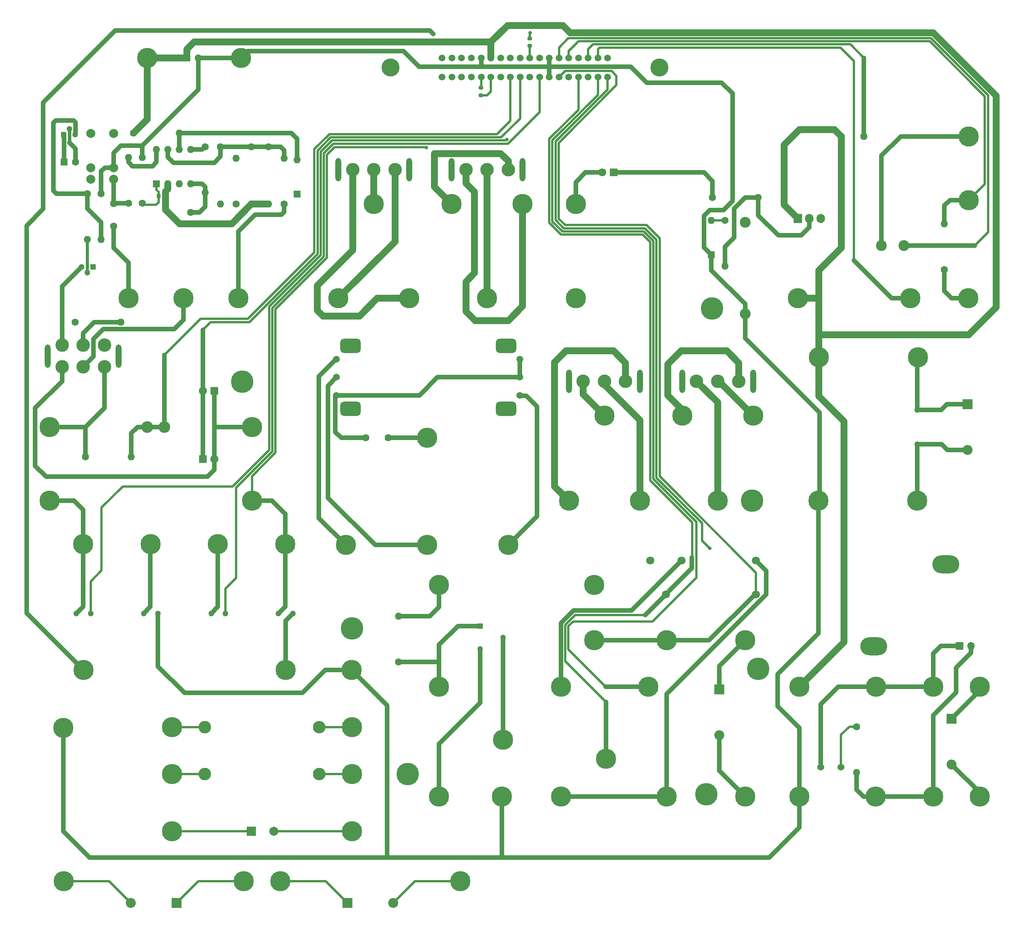
<source format=gbr>
%TF.GenerationSoftware,KiCad,Pcbnew,7.0.10*%
%TF.CreationDate,2024-02-06T13:15:05+02:00*%
%TF.ProjectId,EB-190,45422d31-3930-42e6-9b69-6361645f7063,rev?*%
%TF.SameCoordinates,Original*%
%TF.FileFunction,Copper,L2,Bot*%
%TF.FilePolarity,Positive*%
%FSLAX46Y46*%
G04 Gerber Fmt 4.6, Leading zero omitted, Abs format (unit mm)*
G04 Created by KiCad (PCBNEW 7.0.10) date 2024-02-06 13:15:05*
%MOMM*%
%LPD*%
G01*
G04 APERTURE LIST*
G04 Aperture macros list*
%AMRoundRect*
0 Rectangle with rounded corners*
0 $1 Rounding radius*
0 $2 $3 $4 $5 $6 $7 $8 $9 X,Y pos of 4 corners*
0 Add a 4 corners polygon primitive as box body*
4,1,4,$2,$3,$4,$5,$6,$7,$8,$9,$2,$3,0*
0 Add four circle primitives for the rounded corners*
1,1,$1+$1,$2,$3*
1,1,$1+$1,$4,$5*
1,1,$1+$1,$6,$7*
1,1,$1+$1,$8,$9*
0 Add four rect primitives between the rounded corners*
20,1,$1+$1,$2,$3,$4,$5,0*
20,1,$1+$1,$4,$5,$6,$7,0*
20,1,$1+$1,$6,$7,$8,$9,0*
20,1,$1+$1,$8,$9,$2,$3,0*%
G04 Aperture macros list end*
%TA.AperFunction,ComponentPad*%
%ADD10C,4.500000*%
%TD*%
%TA.AperFunction,ComponentPad*%
%ADD11C,1.600000*%
%TD*%
%TA.AperFunction,ComponentPad*%
%ADD12O,1.600000X1.600000*%
%TD*%
%TA.AperFunction,ComponentPad*%
%ADD13C,3.000000*%
%TD*%
%TA.AperFunction,ComponentPad*%
%ADD14O,1.300000X5.200000*%
%TD*%
%TA.AperFunction,ComponentPad*%
%ADD15C,1.300000*%
%TD*%
%TA.AperFunction,ComponentPad*%
%ADD16R,1.268000X1.268000*%
%TD*%
%TA.AperFunction,ComponentPad*%
%ADD17C,1.268000*%
%TD*%
%TA.AperFunction,ComponentPad*%
%ADD18R,1.800000X1.800000*%
%TD*%
%TA.AperFunction,ComponentPad*%
%ADD19C,1.800000*%
%TD*%
%TA.AperFunction,ComponentPad*%
%ADD20C,2.600000*%
%TD*%
%TA.AperFunction,ComponentPad*%
%ADD21R,2.000000X2.000000*%
%TD*%
%TA.AperFunction,ComponentPad*%
%ADD22C,2.000000*%
%TD*%
%TA.AperFunction,ComponentPad*%
%ADD23C,2.800000*%
%TD*%
%TA.AperFunction,ComponentPad*%
%ADD24O,2.800000X2.800000*%
%TD*%
%TA.AperFunction,ComponentPad*%
%ADD25R,1.700000X1.700000*%
%TD*%
%TA.AperFunction,ComponentPad*%
%ADD26O,1.700000X1.700000*%
%TD*%
%TA.AperFunction,ComponentPad*%
%ADD27O,6.000000X4.000000*%
%TD*%
%TA.AperFunction,ComponentPad*%
%ADD28R,1.600000X1.600000*%
%TD*%
%TA.AperFunction,ComponentPad*%
%ADD29R,2.200000X2.200000*%
%TD*%
%TA.AperFunction,ComponentPad*%
%ADD30O,2.200000X2.200000*%
%TD*%
%TA.AperFunction,ComponentPad*%
%ADD31C,2.400000*%
%TD*%
%TA.AperFunction,ComponentPad*%
%ADD32C,1.803400*%
%TD*%
%TA.AperFunction,ComponentPad*%
%ADD33C,1.500000*%
%TD*%
%TA.AperFunction,ComponentPad*%
%ADD34RoundRect,0.800000X1.450000X-0.800000X1.450000X0.800000X-1.450000X0.800000X-1.450000X-0.800000X0*%
%TD*%
%TA.AperFunction,ComponentPad*%
%ADD35C,1.524000*%
%TD*%
%TA.AperFunction,ComponentPad*%
%ADD36R,1.300000X1.300000*%
%TD*%
%TA.AperFunction,ComponentPad*%
%ADD37R,1.905000X2.000000*%
%TD*%
%TA.AperFunction,ComponentPad*%
%ADD38O,1.905000X2.000000*%
%TD*%
%TA.AperFunction,ComponentPad*%
%ADD39O,2.400000X2.400000*%
%TD*%
%TA.AperFunction,ComponentPad*%
%ADD40C,4.000000*%
%TD*%
%TA.AperFunction,SMDPad,CuDef*%
%ADD41RoundRect,0.200000X0.275000X-0.200000X0.275000X0.200000X-0.275000X0.200000X-0.275000X-0.200000X0*%
%TD*%
%TA.AperFunction,SMDPad,CuDef*%
%ADD42RoundRect,0.225000X0.225000X0.250000X-0.225000X0.250000X-0.225000X-0.250000X0.225000X-0.250000X0*%
%TD*%
%TA.AperFunction,ViaPad*%
%ADD43C,5.000000*%
%TD*%
%TA.AperFunction,ViaPad*%
%ADD44C,0.800000*%
%TD*%
%TA.AperFunction,Conductor*%
%ADD45C,1.000000*%
%TD*%
%TA.AperFunction,Conductor*%
%ADD46C,0.500000*%
%TD*%
%TA.AperFunction,Conductor*%
%ADD47C,1.500000*%
%TD*%
%TA.AperFunction,Conductor*%
%ADD48C,0.750000*%
%TD*%
%TA.AperFunction,Conductor*%
%ADD49C,0.700000*%
%TD*%
G04 APERTURE END LIST*
D10*
%TO.P,TP23,1,1*%
%TO.N,Net-(R4-Pad2)*%
X191770000Y-150114000D03*
%TD*%
%TO.P,TP75,1,1*%
%TO.N,Net-(R8-Pad1)*%
X309245000Y-86487000D03*
%TD*%
%TO.P,TP45,1,1*%
%TO.N,Net-(F2-Pad2)*%
X189103000Y-117475000D03*
%TD*%
D11*
%TO.P,R13,1*%
%TO.N,/FAULT*%
X153924000Y-52832000D03*
D12*
%TO.P,R13,2*%
%TO.N,+12V*%
X153924000Y-65532000D03*
%TD*%
D10*
%TO.P,TP76,1,1*%
%TO.N,Net-(D5-K)*%
X311786000Y-172720000D03*
%TD*%
D13*
%TO.P,S1,1,A*%
%TO.N,Net-(Q2-E)*%
X108075000Y-96899000D03*
%TO.P,S1,2,B*%
%TO.N,/C2*%
X112775000Y-96899000D03*
%TO.P,S1,3,C*%
%TO.N,Net-(Q2-E)*%
X117475000Y-96899000D03*
%TO.P,S1,4,A*%
%TO.N,Net-(LED1-K)*%
X108075000Y-101729000D03*
%TO.P,S1,5,B*%
%TO.N,Net-(S1-B-Pad5)*%
X112775000Y-101729000D03*
%TO.P,S1,6,C*%
%TO.N,Net-(R1-Pad1)*%
X117475000Y-101729000D03*
D14*
%TO.P,S1,7*%
%TO.N,N/C*%
X104900000Y-99314000D03*
X120650000Y-99314000D03*
%TD*%
D15*
%TO.P,I2,1,+*%
%TO.N,Net-(I2-+)*%
X126195667Y-156464000D03*
%TO.P,I2,2,-*%
%TO.N,GND*%
X129370667Y-156464000D03*
%TD*%
D11*
%TO.P,R5,1*%
%TO.N,Net-(D8-K)*%
X252476000Y-64135000D03*
D12*
%TO.P,R5,2*%
%TO.N,Net-(Q1-B)*%
X262636000Y-64135000D03*
%TD*%
D10*
%TO.P,TP54,1,1*%
%TO.N,GND*%
X275971000Y-131445000D03*
%TD*%
D16*
%TO.P,P1,1,1*%
%TO.N,Net-(P1-Pad1)*%
X200914000Y-159258000D03*
D17*
%TO.P,P1,2,2*%
%TO.N,Net-(P1-Pad2)*%
X205994000Y-161798000D03*
%TO.P,P1,3,3*%
%TO.N,Net-(P1-Pad3)*%
X200914000Y-164338000D03*
%TD*%
D10*
%TO.P,TP1,1,1*%
%TO.N,+12V*%
X127000000Y-33147000D03*
%TD*%
%TO.P,TP74,1,1*%
%TO.N,Net-(D1-A)*%
X108411500Y-215900000D03*
%TD*%
D18*
%TO.P,LED2,1,K*%
%TO.N,/BLNK_LED_A*%
X139314000Y-122174000D03*
D19*
%TO.P,LED2,2,A*%
%TO.N,Net-(LED1-K)*%
X141854000Y-122174000D03*
%TD*%
D10*
%TO.P,TP64,1,1*%
%TO.N,Net-(I5-+)*%
X288799000Y-172720000D03*
%TD*%
%TO.P,TP71,1,1*%
%TO.N,Net-(R3-Pad2)*%
X172461000Y-192148000D03*
%TD*%
%TO.P,TP15,1,1*%
%TO.N,Net-(I4--)*%
X157712834Y-169037000D03*
%TD*%
D11*
%TO.P,R22,1*%
%TO.N,GND*%
X116713000Y-63246000D03*
D12*
%TO.P,R22,2*%
%TO.N,Net-(Q3-E)*%
X116713000Y-73406000D03*
%TD*%
D11*
%TO.P,S6,1*%
%TO.N,+12V*%
X281091000Y-50546000D03*
%TO.P,S6,2*%
%TO.N,/THERM_SW*%
X286091000Y-50546000D03*
%TD*%
D20*
%TO.P,JP1,1,A*%
%TO.N,/BLNK_RES*%
X127000000Y-115062000D03*
X130810000Y-115062000D03*
%TD*%
D10*
%TO.P,TP47,1,1*%
%TO.N,Net-(L5-Pad2B)*%
X207137000Y-141239000D03*
%TD*%
%TO.P,TP53,1,1*%
%TO.N,+12V*%
X276099000Y-99568000D03*
%TD*%
%TO.P,TP7,1,1*%
%TO.N,Net-(I1-+)*%
X112776000Y-141097000D03*
%TD*%
D15*
%TO.P,I1,1,+*%
%TO.N,Net-(I1-+)*%
X111230834Y-156464000D03*
%TO.P,I1,2,-*%
%TO.N,/I1*%
X114405834Y-156464000D03*
%TD*%
D21*
%TO.P,C1,1*%
%TO.N,Net-(C1-Pad1)*%
X150093323Y-204839000D03*
D22*
%TO.P,C1,2*%
%TO.N,Net-(C1-Pad2)*%
X155093323Y-204839000D03*
%TD*%
D18*
%TO.P,LED1,1,K*%
%TO.N,Net-(LED1-K)*%
X141859000Y-107061000D03*
D19*
%TO.P,LED1,2,A*%
%TO.N,/BLNK_LED_A*%
X139319000Y-107061000D03*
%TD*%
D13*
%TO.P,S4,1,B*%
%TO.N,Net-(S4-B)*%
X223774000Y-104902000D03*
%TO.P,S4,2,C*%
%TO.N,Net-(S4-C)*%
X228474000Y-104902000D03*
%TO.P,S4,3,A*%
%TO.N,Net-(S4-A)*%
X233174000Y-104902000D03*
D14*
%TO.P,S4,4*%
%TO.N,N/C*%
X220599000Y-104902000D03*
X236349000Y-104902000D03*
%TD*%
D10*
%TO.P,TP63,1,1*%
%TO.N,Net-(D1-K)*%
X148411500Y-215900000D03*
%TD*%
D23*
%TO.P,R3,1*%
%TO.N,Net-(R3-Pad1)*%
X139761000Y-192148000D03*
D24*
%TO.P,R3,2*%
%TO.N,Net-(R3-Pad2)*%
X165161000Y-192148000D03*
%TD*%
D10*
%TO.P,TP38,1,1*%
%TO.N,Net-(RLY3-Pad1)*%
X218822000Y-197104000D03*
%TD*%
%TO.P,TP28,1,1*%
%TO.N,GND*%
X205740000Y-197104000D03*
%TD*%
%TO.P,TP27,1,1*%
%TO.N,Net-(S5-A)*%
X245746000Y-112522000D03*
%TD*%
%TO.P,TP51,1,1*%
%TO.N,GND*%
X271781000Y-197104000D03*
%TD*%
%TO.P,TP59,1,1*%
%TO.N,Net-(R2-Pad1)*%
X132461000Y-181737000D03*
%TD*%
%TO.P,TP13,1,1*%
%TO.N,/I4*%
X150219834Y-131445000D03*
%TD*%
D11*
%TO.P,R9,1*%
%TO.N,Net-(I5--)*%
X284480000Y-181610000D03*
D12*
%TO.P,R9,2*%
%TO.N,Net-(L4-+)*%
X284480000Y-191770000D03*
%TD*%
D11*
%TO.P,R1,1*%
%TO.N,Net-(R1-Pad1)*%
X113284000Y-121666000D03*
D12*
%TO.P,R1,2*%
%TO.N,/BLNK_RES*%
X123444000Y-121666000D03*
%TD*%
D10*
%TO.P,TP39,1,1*%
%TO.N,Net-(L5-Pad1A)*%
X171069000Y-141239000D03*
%TD*%
D25*
%TO.P,L4,1,-*%
%TO.N,Net-(I5-+)*%
X307341000Y-163703000D03*
D26*
%TO.P,L4,2,+*%
%TO.N,Net-(L4-+)*%
X309881000Y-163703000D03*
D27*
%TO.P,L4,M*%
%TO.N,N/C*%
X304261779Y-145517673D03*
X288261779Y-163717673D03*
%TD*%
D28*
%TO.P,D7,1,K*%
%TO.N,GND*%
X252222000Y-76835000D03*
D12*
%TO.P,D7,2,A*%
%TO.N,Net-(D7-A)*%
X252222000Y-69215000D03*
%TD*%
D29*
%TO.P,D4,1,K*%
%TO.N,Net-(D4-K)*%
X254001000Y-173355000D03*
D30*
%TO.P,D4,2,A*%
%TO.N,Net-(D4-A)*%
X254001000Y-183515000D03*
%TD*%
D10*
%TO.P,TP57,1,1*%
%TO.N,Net-(BZ1--)*%
X298070000Y-99568000D03*
%TD*%
%TO.P,TP61,1,1*%
%TO.N,Net-(C1-Pad1)*%
X132461000Y-204839000D03*
%TD*%
%TO.P,TP46,1,1*%
%TO.N,Net-(L5-Pad3)*%
X189103000Y-141239000D03*
%TD*%
D15*
%TO.P,I4,1,+*%
%TO.N,/I4*%
X156125334Y-156464000D03*
%TO.P,I4,2,-*%
%TO.N,Net-(I4--)*%
X159300334Y-156464000D03*
%TD*%
D28*
%TO.P,C2,1*%
%TO.N,+12V*%
X135803000Y-33147000D03*
D11*
%TO.P,C2,2*%
%TO.N,GND*%
X138303000Y-33147000D03*
%TD*%
D13*
%TO.P,S2,1,A*%
%TO.N,Net-(S2-A)*%
X181992000Y-57912000D03*
%TO.P,S2,2,B*%
%TO.N,Net-(S2-B)*%
X177292000Y-57912000D03*
%TO.P,S2,3,C*%
%TO.N,Net-(S2-C)*%
X172592000Y-57912000D03*
D14*
%TO.P,S2,4*%
%TO.N,N/C*%
X185167000Y-57912000D03*
X169417000Y-57912000D03*
%TD*%
D10*
%TO.P,TP37,1,1*%
%TO.N,/RLY_COIL*%
X226188000Y-162433000D03*
%TD*%
%TO.P,TP32,1,1*%
%TO.N,Net-(S3-C)*%
X210312000Y-65532000D03*
%TD*%
D18*
%TO.P,D8,1,K*%
%TO.N,Net-(D8-K)*%
X230510000Y-58547000D03*
D19*
%TO.P,D8,2,A*%
%TO.N,Net-(D8-A)*%
X227970000Y-58547000D03*
%TD*%
D10*
%TO.P,TP49,1,1*%
%TO.N,Net-(D4-A)*%
X259716000Y-197104000D03*
%TD*%
%TO.P,TP19,1,1*%
%TO.N,Net-(S2-B)*%
X177292000Y-65532000D03*
%TD*%
%TO.P,TP67,1,1*%
%TO.N,Net-(I5-+)*%
X301499000Y-172720000D03*
%TD*%
D11*
%TO.P,R15,1*%
%TO.N,/FAULT*%
X143256000Y-52832000D03*
D12*
%TO.P,R15,2*%
%TO.N,/RLY1_C2*%
X143256000Y-65532000D03*
%TD*%
D10*
%TO.P,TP60,1,1*%
%TO.N,Net-(R3-Pad1)*%
X132461000Y-192148000D03*
%TD*%
D11*
%TO.P,R18,1*%
%TO.N,/RLY1_NO2*%
X122809000Y-65405000D03*
D12*
%TO.P,R18,2*%
%TO.N,Net-(U1-START)*%
X122809000Y-55245000D03*
%TD*%
D10*
%TO.P,TP40,1,1*%
%TO.N,/RLY_C*%
X228854000Y-188722000D03*
%TD*%
%TO.P,TP52,1,1*%
%TO.N,Net-(R7-Pad1)*%
X309372000Y-50571400D03*
%TD*%
D31*
%TO.P,R7,1*%
%TO.N,Net-(R7-Pad1)*%
X289981000Y-74784000D03*
%TO.P,R7,2*%
%TO.N,/THERMISTOR_A*%
X294981000Y-74784000D03*
%TD*%
D10*
%TO.P,TP8,1,1*%
%TO.N,Net-(LED1-K)*%
X150219834Y-115062000D03*
%TD*%
D28*
%TO.P,D6,1,K*%
%TO.N,/C2*%
X160274000Y-63373000D03*
D12*
%TO.P,D6,2,A*%
%TO.N,Net-(D6-A)*%
X160274000Y-55753000D03*
%TD*%
D10*
%TO.P,TP12,1,1*%
%TO.N,Net-(I3-+)*%
X142642166Y-141097000D03*
%TD*%
D15*
%TO.P,I3,1,+*%
%TO.N,Net-(I3-+)*%
X141160500Y-156464000D03*
%TO.P,I3,2,-*%
%TO.N,/I3*%
X144335500Y-156464000D03*
%TD*%
D10*
%TO.P,TP77,1,1*%
%TO.N,Net-(D5-A)*%
X311786000Y-197104000D03*
%TD*%
D11*
%TO.P,R23,1*%
%TO.N,Net-(R23-Pad1)*%
X139827000Y-52832000D03*
D12*
%TO.P,R23,2*%
%TO.N,Net-(C5-Pad2)*%
X139827000Y-62992000D03*
%TD*%
D10*
%TO.P,TP6,1,1*%
%TO.N,Net-(I1-+)*%
X105325334Y-131445000D03*
%TD*%
%TO.P,TP16,1,1*%
%TO.N,GND*%
X172339000Y-169037000D03*
%TD*%
%TO.P,TP72,1,1*%
%TO.N,Net-(C1-Pad2)*%
X172461000Y-204839000D03*
%TD*%
%TO.P,TP29,1,1*%
%TO.N,Net-(S3-B)*%
X202438000Y-86487000D03*
%TD*%
D32*
%TO.P,RLY3,1*%
%TO.N,Net-(RLY3-Pad1)*%
X262109996Y-144713000D03*
%TO.P,RLY3,2*%
%TO.N,/RLY_NC*%
X245609996Y-144713000D03*
%TO.P,RLY3,3*%
%TO.N,/RLY_NO*%
X238609995Y-144713000D03*
%TO.P,RLY3,4*%
%TO.N,/RLY_C*%
X242109996Y-152213000D03*
%TO.P,RLY3,5*%
%TO.N,/RLY_COIL*%
X262109996Y-152213000D03*
%TD*%
D11*
%TO.P,R4,1*%
%TO.N,Net-(P1-Pad1)*%
X182753000Y-167259000D03*
D12*
%TO.P,R4,2*%
%TO.N,Net-(R4-Pad2)*%
X182753000Y-157099000D03*
%TD*%
D10*
%TO.P,TP5,1,1*%
%TO.N,Net-(F1-Pad2)*%
X122809000Y-86487000D03*
%TD*%
D33*
%TO.P,L5,1A*%
%TO.N,Net-(L5-Pad1A)*%
X169007000Y-100013000D03*
%TO.P,L5,1B*%
%TO.N,Net-(F2-Pad1)*%
X169007000Y-108013000D03*
%TO.P,L5,2A*%
X209707000Y-100013000D03*
%TO.P,L5,2B*%
%TO.N,Net-(L5-Pad2B)*%
X209707000Y-108013000D03*
%TO.P,L5,3*%
%TO.N,Net-(L5-Pad3)*%
X169007000Y-104013000D03*
%TO.P,L5,4*%
%TO.N,Net-(F2-Pad1)*%
X209707000Y-104013000D03*
D34*
%TO.P,L5,M*%
%TO.N,N/C*%
X172107000Y-97013000D03*
X172107000Y-111013000D03*
X206607000Y-97013000D03*
X206607000Y-111013000D03*
%TD*%
D10*
%TO.P,TP65,1,1*%
%TO.N,Net-(L4-+)*%
X288672000Y-197104000D03*
%TD*%
%TO.P,TP50,1,1*%
%TO.N,GND*%
X108331000Y-181864000D03*
%TD*%
%TO.P,TP17,1,1*%
%TO.N,Net-(S2-C)*%
X185166000Y-86487000D03*
%TD*%
D11*
%TO.P,R19,1*%
%TO.N,Net-(U1-VSS)*%
X125857000Y-65405000D03*
D12*
%TO.P,R19,2*%
%TO.N,GND*%
X125857000Y-55245000D03*
%TD*%
D10*
%TO.P,TP25,1,1*%
%TO.N,Net-(P1-Pad3)*%
X191770000Y-197104000D03*
%TD*%
D29*
%TO.P,D2,1,K*%
%TO.N,Net-(D2-K)*%
X171430500Y-220726000D03*
D30*
%TO.P,D2,2,A*%
%TO.N,Net-(D2-A)*%
X181590500Y-220726000D03*
%TD*%
D28*
%TO.P,C4,1*%
%TO.N,/FAULT*%
X108522888Y-56261000D03*
D11*
%TO.P,C4,2*%
%TO.N,Net-(Q3-B)*%
X111022888Y-56261000D03*
%TD*%
%TO.P,R12,1*%
%TO.N,/FAULT*%
X150114000Y-52832000D03*
D12*
%TO.P,R12,2*%
%TO.N,+12V*%
X150114000Y-65532000D03*
%TD*%
D10*
%TO.P,TP20,1,1*%
%TO.N,Net-(S4-B)*%
X228474000Y-112522000D03*
%TD*%
D11*
%TO.P,R24,1*%
%TO.N,Net-(D7-A)*%
X255270000Y-69215000D03*
D12*
%TO.P,R24,2*%
%TO.N,Net-(Q1-B)*%
X255270000Y-79375000D03*
%TD*%
D13*
%TO.P,S3,1,A*%
%TO.N,Net-(S3-A)*%
X207138000Y-57912000D03*
%TO.P,S3,2,B*%
%TO.N,Net-(S3-B)*%
X202438000Y-57912000D03*
%TO.P,S3,3,C*%
%TO.N,Net-(S3-C)*%
X197738000Y-57912000D03*
D14*
%TO.P,S3,4*%
%TO.N,N/C*%
X210313000Y-57912000D03*
X194563000Y-57912000D03*
%TD*%
D10*
%TO.P,TP22,1,1*%
%TO.N,Net-(S4-A)*%
X220600000Y-131445000D03*
%TD*%
%TO.P,TP9,1,1*%
%TO.N,Net-(R14-Pad1)*%
X147193000Y-86487000D03*
%TD*%
%TO.P,TP3,1,1*%
%TO.N,Net-(R1-Pad1)*%
X105325334Y-115062000D03*
%TD*%
D23*
%TO.P,R2,1*%
%TO.N,Net-(R2-Pad1)*%
X139761000Y-181737000D03*
D24*
%TO.P,R2,2*%
%TO.N,Net-(R2-Pad2)*%
X165161000Y-181737000D03*
%TD*%
D15*
%TO.P,BZ1,1,-*%
%TO.N,Net-(BZ1--)*%
X297942000Y-111262000D03*
%TO.P,BZ1,2,+*%
%TO.N,Net-(BZ1-+)*%
X297942000Y-118862000D03*
%TD*%
D10*
%TO.P,TP44,1,1*%
%TO.N,Net-(RLY3-Pad1)*%
X242317000Y-197104000D03*
%TD*%
%TO.P,TP2,1,1*%
%TO.N,GND*%
X147828000Y-33147000D03*
%TD*%
%TO.P,TP42,1,1*%
%TO.N,+12V*%
X226188000Y-150114000D03*
%TD*%
D29*
%TO.P,D5,1,K*%
%TO.N,Net-(D5-K)*%
X305562000Y-179832000D03*
D30*
%TO.P,D5,2,A*%
%TO.N,Net-(D5-A)*%
X305562000Y-189992000D03*
%TD*%
D10*
%TO.P,TP36,1,1*%
%TO.N,Net-(D8-A)*%
X222123000Y-65532000D03*
%TD*%
%TO.P,TP4,1,1*%
%TO.N,Net-(S1-B-Pad5)*%
X135001000Y-86487000D03*
%TD*%
%TO.P,TP33,1,1*%
%TO.N,Net-(S5-C)*%
X261494000Y-112522000D03*
%TD*%
%TO.P,TP30,1,1*%
%TO.N,Net-(S5-B)*%
X253620000Y-131445000D03*
%TD*%
%TO.P,TP18,1,1*%
%TO.N,Net-(S4-C)*%
X236348000Y-131445000D03*
%TD*%
%TO.P,TP43,1,1*%
%TO.N,/RLY_COIL*%
X242317000Y-162433000D03*
%TD*%
D11*
%TO.P,R20,1*%
%TO.N,+12V*%
X123952000Y-49784000D03*
D12*
%TO.P,R20,2*%
%TO.N,Net-(D6-A)*%
X134112000Y-49784000D03*
%TD*%
D22*
%TO.P,RL1,1,1*%
%TO.N,/RLY1_C2*%
X114427000Y-49854786D03*
%TO.P,RL1,2,2*%
%TO.N,/RLY1_COIL*%
X114427000Y-57474786D03*
%TO.P,RL1,3,3*%
%TO.N,unconnected-(RL1-Pad3)*%
X114427000Y-60014786D03*
%TO.P,RL1,4,4*%
%TO.N,/RLY1_NO2*%
X119507000Y-60014786D03*
%TO.P,RL1,5,5*%
%TO.N,GND*%
X119507000Y-57474786D03*
%TO.P,RL1,6,6*%
%TO.N,/RLY1_C2*%
X119507000Y-49854786D03*
%TD*%
D10*
%TO.P,TP26,1,1*%
%TO.N,Net-(S3-A)*%
X194564000Y-65532000D03*
%TD*%
D29*
%TO.P,D1,1,K*%
%TO.N,Net-(D1-K)*%
X133477000Y-220726000D03*
D30*
%TO.P,D1,2,A*%
%TO.N,Net-(D1-A)*%
X123317000Y-220726000D03*
%TD*%
D10*
%TO.P,TP34,1,1*%
%TO.N,/+PS_1*%
X222123000Y-86487000D03*
%TD*%
D11*
%TO.P,R8,1*%
%TO.N,Net-(R8-Pad1)*%
X303911000Y-80137000D03*
D12*
%TO.P,R8,2*%
%TO.N,/THERMISTOR_B*%
X303911000Y-69977000D03*
%TD*%
D10*
%TO.P,TP11,1,1*%
%TO.N,Net-(I2-+)*%
X127762000Y-141097000D03*
%TD*%
D11*
%TO.P,R14,1*%
%TO.N,Net-(R14-Pad1)*%
X157353000Y-65532000D03*
D12*
%TO.P,R14,2*%
%TO.N,/FAULT*%
X157353000Y-55372000D03*
%TD*%
D10*
%TO.P,TP58,1,1*%
%TO.N,Net-(BZ1-+)*%
X297942000Y-131445000D03*
%TD*%
D35*
%TO.P,I5,1,+*%
%TO.N,Net-(I5-+)*%
X276516000Y-190561000D03*
%TO.P,I5,2,-*%
%TO.N,Net-(I5--)*%
X281016000Y-190561000D03*
%TD*%
D11*
%TO.P,R16,1*%
%TO.N,/RLY1_C2*%
X146685000Y-65532000D03*
D12*
%TO.P,R16,2*%
%TO.N,Net-(Q3-B)*%
X146685000Y-55372000D03*
%TD*%
D10*
%TO.P,TP14,1,1*%
%TO.N,/I4*%
X157607000Y-141097000D03*
%TD*%
%TO.P,TP69,1,1*%
%TO.N,/THERM_SW_PIN*%
X296418000Y-86487000D03*
%TD*%
D29*
%TO.P,D3,1,K*%
%TO.N,Net-(BZ1--)*%
X309118000Y-109982000D03*
D30*
%TO.P,D3,2,A*%
%TO.N,Net-(BZ1-+)*%
X309118000Y-120142000D03*
%TD*%
D10*
%TO.P,TP66,1,1*%
%TO.N,/THERMISTOR_B*%
X309372000Y-64668400D03*
%TD*%
D11*
%TO.P,R17,1*%
%TO.N,Net-(Q3-B)*%
X110998000Y-91821000D03*
D12*
%TO.P,R17,2*%
%TO.N,/C2*%
X121158000Y-91821000D03*
%TD*%
D10*
%TO.P,TP55,1,1*%
%TO.N,+12V*%
X271781000Y-172720000D03*
%TD*%
%TO.P,TP35,1,1*%
%TO.N,/RLY_NO_BN*%
X238252000Y-172720000D03*
%TD*%
D36*
%TO.P,Q3,1,C*%
%TO.N,/FAULT*%
X108458000Y-50165000D03*
D15*
%TO.P,Q3,2,B*%
%TO.N,Net-(Q3-B)*%
X109728000Y-48895000D03*
%TO.P,Q3,3,E*%
%TO.N,Net-(Q3-E)*%
X110998000Y-50165000D03*
%TD*%
D10*
%TO.P,TP41,1,1*%
%TO.N,/RLY_NC*%
X218822000Y-172720000D03*
%TD*%
D11*
%TO.P,F1,1*%
%TO.N,/RLY1_NO2*%
X119507000Y-65445000D03*
%TO.P,F1,2*%
%TO.N,Net-(F1-Pad2)*%
X119507000Y-70445000D03*
%TD*%
D37*
%TO.P,Q1,1,C*%
%TO.N,+12V*%
X271399000Y-68740000D03*
D38*
%TO.P,Q1,2,B*%
%TO.N,Net-(Q1-B)*%
X273939000Y-68740000D03*
%TO.P,Q1,3,E*%
%TO.N,Net-(Q1-E)*%
X276479000Y-68740000D03*
%TD*%
D28*
%TO.P,C5,1*%
%TO.N,+12V*%
X136652000Y-69912113D03*
D11*
%TO.P,C5,2*%
%TO.N,Net-(C5-Pad2)*%
X136652000Y-67412113D03*
%TD*%
D10*
%TO.P,TP68,1,1*%
%TO.N,Net-(L4-+)*%
X301499000Y-197104000D03*
%TD*%
%TO.P,TP31,1,1*%
%TO.N,Net-(P1-Pad2)*%
X205994000Y-184531000D03*
%TD*%
D11*
%TO.P,F2,1*%
%TO.N,Net-(F2-Pad1)*%
X175467000Y-117475000D03*
%TO.P,F2,2*%
%TO.N,Net-(F2-Pad2)*%
X180467000Y-117475000D03*
%TD*%
D10*
%TO.P,TP70,1,1*%
%TO.N,Net-(R2-Pad2)*%
X172461000Y-181737000D03*
%TD*%
D31*
%TO.P,R6,1*%
%TO.N,Net-(Q1-E)*%
X259715000Y-69596000D03*
D39*
%TO.P,R6,2*%
%TO.N,GND*%
X259715000Y-89916000D03*
%TD*%
D13*
%TO.P,S5,1,B*%
%TO.N,Net-(S5-B)*%
X248920000Y-104902000D03*
%TO.P,S5,2,C*%
%TO.N,Net-(S5-C)*%
X253620000Y-104902000D03*
%TO.P,S5,3,A*%
%TO.N,Net-(S5-A)*%
X258320000Y-104902000D03*
D14*
%TO.P,S5,4*%
%TO.N,N/C*%
X245745000Y-104902000D03*
X261495000Y-104902000D03*
%TD*%
D10*
%TO.P,TP24,1,1*%
%TO.N,Net-(P1-Pad1)*%
X191770000Y-172720000D03*
%TD*%
D36*
%TO.P,Q2,1,C*%
%TO.N,GND*%
X114935000Y-79502000D03*
D15*
%TO.P,Q2,2,B*%
%TO.N,Net-(Q2-B)*%
X113665000Y-80772000D03*
%TO.P,Q2,3,E*%
%TO.N,Net-(Q2-E)*%
X112395000Y-79502000D03*
%TD*%
D10*
%TO.P,TP62,1,1*%
%TO.N,Net-(D2-A)*%
X196510500Y-215900000D03*
%TD*%
%TO.P,TP21,1,1*%
%TO.N,Net-(S2-A)*%
X169418000Y-86487000D03*
%TD*%
%TO.P,TP73,1,1*%
%TO.N,Net-(D2-K)*%
X156510500Y-215900000D03*
%TD*%
%TO.P,TP48,1,1*%
%TO.N,Net-(D4-K)*%
X259716000Y-162433000D03*
%TD*%
%TO.P,TP10,1,1*%
%TO.N,/I1_R*%
X112818334Y-169037000D03*
%TD*%
D11*
%TO.P,R21,1*%
%TO.N,Net-(Q3-E)*%
X113665000Y-63246000D03*
D12*
%TO.P,R21,2*%
%TO.N,Net-(Q2-B)*%
X113665000Y-73406000D03*
%TD*%
D33*
%TO.P,J1,1,Pin_1*%
%TO.N,unconnected-(J1-Pin_1-Pad1)*%
X192457055Y-37373625D03*
%TO.P,J1,2,Pin_2*%
%TO.N,unconnected-(J1-Pin_2-Pad2)*%
X194617055Y-37373625D03*
%TO.P,J1,3,Pin_3*%
%TO.N,unconnected-(J1-Pin_3-Pad3)*%
X196777055Y-37373625D03*
%TO.P,J1,4,Pin_4*%
%TO.N,unconnected-(J1-Pin_4-Pad4)*%
X198937055Y-37373625D03*
%TO.P,J1,5,Pin_5*%
%TO.N,/I1*%
X201097055Y-37373625D03*
%TO.P,J1,6,Pin_6*%
%TO.N,/I1_R*%
X203257055Y-37373625D03*
%TO.P,J1,7,Pin_7*%
%TO.N,unconnected-(J1-Pin_7-Pad7)*%
X205417055Y-37373625D03*
%TO.P,J1,8,Pin_8*%
%TO.N,/BLNK_RES*%
X207577055Y-37373625D03*
%TO.P,J1,9,Pin_9*%
%TO.N,/BLNK_LED_A*%
X209737055Y-37373625D03*
%TO.P,J1,10,Pin_10*%
%TO.N,unconnected-(J1-Pin_10-Pad10)*%
X211897055Y-37373625D03*
%TO.P,J1,11,Pin_11*%
%TO.N,/I3*%
X214057055Y-37373625D03*
%TO.P,J1,12,Pin_12*%
%TO.N,GND*%
X216217055Y-37373625D03*
%TO.P,J1,13,Pin_13*%
%TO.N,/RLY_COIL*%
X218377055Y-37373625D03*
%TO.P,J1,14,Pin_14*%
%TO.N,unconnected-(J1-Pin_14-Pad14)*%
X220537055Y-37373625D03*
%TO.P,J1,15,Pin_15*%
%TO.N,/RLY_C*%
X222697055Y-37373625D03*
%TO.P,J1,16,Pin_16*%
%TO.N,unconnected-(J1-Pin_16-Pad16)*%
X224857055Y-37373625D03*
%TO.P,J1,17,Pin_17*%
%TO.N,/RLY_NO_BN*%
X227017055Y-37373625D03*
%TO.P,J1,18,Pin_18*%
%TO.N,/RLY_NO*%
X229177055Y-37373625D03*
%TO.P,J1,19,Pin_19*%
%TO.N,unconnected-(J1-Pin_19-Pad19)*%
X192457055Y-33083625D03*
%TO.P,J1,20,Pin_20*%
%TO.N,unconnected-(J1-Pin_20-Pad20)*%
X194617055Y-33083625D03*
%TO.P,J1,21,Pin_21*%
%TO.N,unconnected-(J1-Pin_21-Pad21)*%
X196777055Y-33083625D03*
%TO.P,J1,22,Pin_22*%
%TO.N,/+PS_1*%
X198937055Y-33083625D03*
%TO.P,J1,23,Pin_23*%
%TO.N,GND*%
X201097055Y-33083625D03*
%TO.P,J1,24,Pin_24*%
%TO.N,+12V*%
X203257055Y-33083625D03*
%TO.P,J1,25,Pin_25*%
%TO.N,unconnected-(J1-Pin_25-Pad25)*%
X205417055Y-33083625D03*
%TO.P,J1,26,Pin_26*%
%TO.N,unconnected-(J1-Pin_26-Pad26)*%
X207577055Y-33083625D03*
%TO.P,J1,27,Pin_27*%
%TO.N,unconnected-(J1-Pin_27-Pad27)*%
X209737055Y-33083625D03*
%TO.P,J1,28,Pin_28*%
%TO.N,Net-(J1-Pin_28)*%
X211897055Y-33083625D03*
%TO.P,J1,29,Pin_29*%
%TO.N,unconnected-(J1-Pin_29-Pad29)*%
X214057055Y-33083625D03*
%TO.P,J1,30,Pin_30*%
%TO.N,GND*%
X216217055Y-33083625D03*
%TO.P,J1,31,Pin_31*%
%TO.N,/THERMISTOR_A*%
X218377055Y-33083625D03*
%TO.P,J1,32,Pin_32*%
%TO.N,/THERMISTOR_B*%
X220537055Y-33083625D03*
%TO.P,J1,33,Pin_33*%
%TO.N,unconnected-(J1-Pin_33-Pad33)*%
X222697055Y-33083625D03*
%TO.P,J1,34,Pin_34*%
%TO.N,/THERM_SW*%
X224857055Y-33083625D03*
%TO.P,J1,35,Pin_35*%
%TO.N,/THERM_SW_PIN*%
X227017055Y-33083625D03*
%TO.P,J1,36,Pin_36*%
%TO.N,unconnected-(J1-Pin_36-Pad36)*%
X229177055Y-33083625D03*
D40*
%TO.P,J1,M*%
%TO.N,N/C*%
X180947055Y-35228625D03*
X240687055Y-35228625D03*
%TD*%
D10*
%TO.P,TP56,1,1*%
%TO.N,+12V*%
X271399000Y-86487000D03*
%TD*%
D28*
%TO.P,U1,1,VSS*%
%TO.N,Net-(U1-VSS)*%
X129042000Y-61077000D03*
D12*
%TO.P,U1,2,VCC*%
%TO.N,+12V*%
X131582000Y-61077000D03*
%TO.P,U1,3,RELAY*%
%TO.N,/RLY1_COIL*%
X134122000Y-61077000D03*
%TO.P,U1,4,OSC*%
%TO.N,Net-(C5-Pad2)*%
X136662000Y-61077000D03*
%TO.P,U1,5,OSC*%
%TO.N,Net-(R23-Pad1)*%
X136662000Y-53457000D03*
%TO.P,U1,6,EN*%
%TO.N,Net-(D6-A)*%
X134122000Y-53457000D03*
%TO.P,U1,7,FAULT*%
%TO.N,/FAULT*%
X131582000Y-53457000D03*
%TO.P,U1,8,START*%
%TO.N,Net-(U1-START)*%
X129042000Y-53457000D03*
%TD*%
D41*
%TO.P,R10,1*%
%TO.N,Net-(J1-Pin_28)*%
X211894901Y-30408250D03*
%TO.P,R10,2*%
%TO.N,/I4*%
X211894901Y-28758250D03*
%TD*%
D42*
%TO.P,C3,1*%
%TO.N,+12V*%
X131077000Y-63754000D03*
%TO.P,C3,2*%
%TO.N,Net-(U1-VSS)*%
X129527000Y-63754000D03*
%TD*%
D41*
%TO.P,R11,1*%
%TO.N,/I1_R*%
X201041000Y-41401000D03*
%TO.P,R11,2*%
%TO.N,/I1*%
X201041000Y-39751000D03*
%TD*%
D43*
%TO.N,*%
X184785000Y-192151000D03*
X251079000Y-196596000D03*
X148082000Y-105029000D03*
X261239000Y-131445000D03*
X172466000Y-159766000D03*
X262636000Y-168783000D03*
X252349000Y-88773000D03*
D44*
%TO.N,/I1*%
X206800062Y-51205562D03*
%TO.N,/I4*%
X211963000Y-27559000D03*
X188976000Y-52987500D03*
%TO.N,/I1_R*%
X190500000Y-27813000D03*
%TO.N,/RLY_NO*%
X251841000Y-141986000D03*
%TD*%
D45*
%TO.N,Net-(BZ1--)*%
X297942000Y-99696000D02*
X298070000Y-99568000D01*
X309118000Y-109982000D02*
X304546000Y-109982000D01*
X297942000Y-111262000D02*
X297942000Y-99696000D01*
X304546000Y-109982000D02*
X303266000Y-111262000D01*
X303266000Y-111262000D02*
X297942000Y-111262000D01*
%TO.N,Net-(BZ1-+)*%
X297942000Y-118862000D02*
X297942000Y-131445000D01*
X309118000Y-120142000D02*
X304609500Y-120142000D01*
X303329500Y-118862000D02*
X297942000Y-118862000D01*
X304609500Y-120142000D02*
X303329500Y-118862000D01*
D46*
%TO.N,Net-(C1-Pad1)*%
X150093323Y-204839000D02*
X132461000Y-204839000D01*
%TO.N,Net-(C1-Pad2)*%
X172461000Y-204839000D02*
X155093323Y-204839000D01*
D47*
%TO.N,+12V*%
X203257055Y-29591000D02*
X206940055Y-25908000D01*
X220873944Y-27499000D02*
X301458006Y-27499000D01*
X145733887Y-69912113D02*
X150114000Y-65532000D01*
X219282944Y-25908000D02*
X220873944Y-27499000D01*
X309372000Y-94615000D02*
X276099000Y-94615000D01*
X315468000Y-41508995D02*
X315468000Y-88519000D01*
X271780000Y-49022000D02*
X279567000Y-49022000D01*
X131077000Y-63754000D02*
X131077000Y-62725000D01*
X276099000Y-99568000D02*
X276099000Y-108205000D01*
X281091000Y-74168000D02*
X281091000Y-75271000D01*
X279567000Y-49022000D02*
X281091000Y-50546000D01*
X276099000Y-80263000D02*
X276099000Y-99568000D01*
X135803000Y-31202000D02*
X137414000Y-29591000D01*
X301458006Y-27499000D02*
X315468000Y-41508995D01*
X281686000Y-162815000D02*
X271781000Y-172720000D01*
X281686000Y-113792000D02*
X281686000Y-162815000D01*
X276099000Y-108205000D02*
X281686000Y-113792000D01*
X271399000Y-86487000D02*
X276099000Y-86487000D01*
X281091000Y-50546000D02*
X281091000Y-74168000D01*
X276099000Y-86487000D02*
X276099000Y-99568000D01*
X268351000Y-52451000D02*
X271780000Y-49022000D01*
X276099000Y-94615000D02*
X276099000Y-99568000D01*
X123952000Y-49784000D02*
X127000000Y-46736000D01*
X135803000Y-33147000D02*
X127000000Y-33147000D01*
X131077000Y-63754000D02*
X131077000Y-66815000D01*
X268351000Y-65692000D02*
X268351000Y-52451000D01*
X127000000Y-46736000D02*
X127000000Y-33147000D01*
X134174113Y-69912113D02*
X145733887Y-69912113D01*
X131582000Y-62220000D02*
X131582000Y-61077000D01*
X281091000Y-75271000D02*
X276099000Y-80263000D01*
X271399000Y-68740000D02*
X268351000Y-65692000D01*
X137414000Y-29591000D02*
X203257055Y-29591000D01*
X150114000Y-65532000D02*
X153924000Y-65532000D01*
X203257055Y-29591000D02*
X203257055Y-33083625D01*
X135803000Y-33147000D02*
X135803000Y-31202000D01*
X315468000Y-88519000D02*
X309372000Y-94615000D01*
X281091000Y-74168000D02*
X281091000Y-74509000D01*
X206940055Y-25908000D02*
X219282944Y-25908000D01*
X131077000Y-62725000D02*
X131582000Y-62220000D01*
X131077000Y-66815000D02*
X134174113Y-69912113D01*
D45*
%TO.N,GND*%
X114173000Y-210693000D02*
X180340000Y-210693000D01*
X161417000Y-174117000D02*
X135255000Y-174117000D01*
X119507000Y-57474786D02*
X119507000Y-54229000D01*
X266954000Y-177038000D02*
X271781000Y-181865000D01*
X250571000Y-75184000D02*
X250571000Y-68199000D01*
X276225000Y-131191000D02*
X275971000Y-131445000D01*
X108331000Y-204851000D02*
X108331000Y-181864000D01*
X252222000Y-76835000D02*
X252222000Y-80264000D01*
X117531214Y-57474786D02*
X116713000Y-58293000D01*
X216217055Y-34988055D02*
X216217055Y-33083625D01*
X183896000Y-31623000D02*
X187325000Y-35052000D01*
X259715000Y-89916000D02*
X259715000Y-95377000D01*
X271781000Y-181865000D02*
X271781000Y-197104000D01*
X254889000Y-66929000D02*
X256921000Y-64897000D01*
X119507000Y-54229000D02*
X121158000Y-52578000D01*
X138303000Y-33147000D02*
X147828000Y-33147000D01*
X251841000Y-66929000D02*
X254889000Y-66929000D01*
X147828000Y-33147000D02*
X149352000Y-31623000D01*
X180213000Y-210566000D02*
X180340000Y-210693000D01*
X201168000Y-35052000D02*
X216281000Y-35052000D01*
X254508000Y-38608000D02*
X237871000Y-38608000D01*
X271781000Y-203961000D02*
X271781000Y-197104000D01*
X266954000Y-169926000D02*
X266954000Y-177038000D01*
X237871000Y-38608000D02*
X234315000Y-35052000D01*
X180340000Y-210693000D02*
X205740000Y-210693000D01*
X205740000Y-210693000D02*
X265049000Y-210693000D01*
X250571000Y-68199000D02*
X251841000Y-66929000D01*
X116713000Y-58293000D02*
X116713000Y-63246000D01*
X275971000Y-160909000D02*
X266954000Y-169926000D01*
X121158000Y-52578000D02*
X125857000Y-52578000D01*
X119507000Y-57474786D02*
X117531214Y-57474786D01*
X138303000Y-33147000D02*
X138303000Y-40132000D01*
X187325000Y-35052000D02*
X201168000Y-35052000D01*
X205740000Y-197104000D02*
X205740000Y-210693000D01*
X180213000Y-176911000D02*
X180213000Y-210566000D01*
X149352000Y-31623000D02*
X183896000Y-31623000D01*
X259715000Y-95377000D02*
X276225000Y-111887000D01*
X259715000Y-87757000D02*
X259715000Y-89916000D01*
X135255000Y-174117000D02*
X129370667Y-168232667D01*
X265049000Y-210693000D02*
X271781000Y-203961000D01*
X252222000Y-80264000D02*
X259715000Y-87757000D01*
X129370667Y-168232667D02*
X129370667Y-156464000D01*
X125857000Y-55245000D02*
X125857000Y-52578000D01*
X216217055Y-35115945D02*
X216217055Y-37373625D01*
X201097055Y-34981055D02*
X201168000Y-35052000D01*
X108331000Y-204851000D02*
X114173000Y-210693000D01*
X172339000Y-169037000D02*
X166497000Y-169037000D01*
X256921000Y-41021000D02*
X254508000Y-38608000D01*
X252222000Y-76835000D02*
X250571000Y-75184000D01*
X216281000Y-35052000D02*
X216217055Y-34988055D01*
X166497000Y-169037000D02*
X161417000Y-174117000D01*
X216281000Y-35052000D02*
X216217055Y-35115945D01*
X201097055Y-33083625D02*
X201097055Y-34981055D01*
X276225000Y-111887000D02*
X276225000Y-131191000D01*
X256921000Y-64897000D02*
X256921000Y-41021000D01*
X275971000Y-131445000D02*
X275971000Y-160909000D01*
X172339000Y-169037000D02*
X180213000Y-176911000D01*
X234315000Y-35052000D02*
X216281000Y-35052000D01*
X138303000Y-40132000D02*
X125857000Y-52578000D01*
D46*
%TO.N,Net-(U1-VSS)*%
X129527000Y-63754000D02*
X129527000Y-65164000D01*
X129042000Y-62367000D02*
X129042000Y-61077000D01*
X129527000Y-63640000D02*
X129527000Y-62852000D01*
X129527000Y-62852000D02*
X129042000Y-62367000D01*
X128953000Y-65738000D02*
X125857000Y-65738000D01*
X129527000Y-65164000D02*
X128953000Y-65738000D01*
D45*
%TO.N,/FAULT*%
X108522888Y-50229888D02*
X108458000Y-50165000D01*
X153924000Y-52832000D02*
X156591000Y-52832000D01*
X108522888Y-54483000D02*
X108522888Y-56261000D01*
X141859000Y-56388000D02*
X143256000Y-54991000D01*
X132842000Y-56388000D02*
X141859000Y-56388000D01*
X131582000Y-55128000D02*
X132842000Y-56388000D01*
X108522888Y-54483000D02*
X108522888Y-50229888D01*
X131582000Y-53457000D02*
X131582000Y-55128000D01*
X143256000Y-52832000D02*
X153924000Y-52832000D01*
X157353000Y-53594000D02*
X157353000Y-55372000D01*
X156591000Y-52832000D02*
X157353000Y-53594000D01*
X143256000Y-54991000D02*
X143256000Y-52832000D01*
%TO.N,Net-(Q3-B)*%
X111022888Y-53237888D02*
X111022888Y-56261000D01*
X109728000Y-51943000D02*
X111022888Y-53237888D01*
D48*
X109728000Y-48895000D02*
X109728000Y-51943000D01*
D45*
%TO.N,Net-(C5-Pad2)*%
X136676887Y-67437000D02*
X136652000Y-67412113D01*
X139182000Y-61077000D02*
X139827000Y-61722000D01*
X139827000Y-66167000D02*
X138557000Y-67437000D01*
X136662000Y-61077000D02*
X139182000Y-61077000D01*
X138557000Y-67437000D02*
X136676887Y-67437000D01*
X139827000Y-62992000D02*
X139827000Y-66167000D01*
X139827000Y-61722000D02*
X139827000Y-62992000D01*
D46*
%TO.N,Net-(D1-K)*%
X138303000Y-215900000D02*
X148411500Y-215900000D01*
X133477000Y-220726000D02*
X138303000Y-215900000D01*
%TO.N,Net-(D1-A)*%
X118491000Y-215900000D02*
X123317000Y-220726000D01*
X108411500Y-215900000D02*
X118491000Y-215900000D01*
%TO.N,Net-(D2-K)*%
X166604500Y-215900000D02*
X171430500Y-220726000D01*
X156510500Y-215900000D02*
X166604500Y-215900000D01*
%TO.N,Net-(D2-A)*%
X181590500Y-220726000D02*
X186416500Y-215900000D01*
X186416500Y-215900000D02*
X196510500Y-215900000D01*
D45*
%TO.N,Net-(D4-K)*%
X254001000Y-168148000D02*
X254001000Y-173355000D01*
X259716000Y-162433000D02*
X254001000Y-168148000D01*
%TO.N,Net-(D4-A)*%
X254001000Y-183515000D02*
X254001000Y-191389000D01*
X254001000Y-191389000D02*
X259716000Y-197104000D01*
%TO.N,Net-(D5-K)*%
X305562000Y-179832000D02*
X311786000Y-173608000D01*
X311786000Y-173608000D02*
X311786000Y-172720000D01*
%TO.N,Net-(D5-A)*%
X311786000Y-196216000D02*
X311786000Y-197104000D01*
X305562000Y-189992000D02*
X311786000Y-196216000D01*
%TO.N,/C2*%
X112775000Y-94235000D02*
X112775000Y-96899000D01*
X115189000Y-91821000D02*
X112775000Y-94235000D01*
X121158000Y-91821000D02*
X115189000Y-91821000D01*
%TO.N,Net-(D6-A)*%
X160274000Y-55753000D02*
X160274000Y-51054000D01*
X160274000Y-51054000D02*
X159004000Y-49784000D01*
X159004000Y-49784000D02*
X134112000Y-49784000D01*
X134112000Y-53447000D02*
X134122000Y-53457000D01*
X134112000Y-49784000D02*
X134112000Y-53447000D01*
D46*
%TO.N,Net-(D7-A)*%
X252222000Y-69215000D02*
X255270000Y-69215000D01*
D45*
%TO.N,Net-(D8-K)*%
X230510000Y-58547000D02*
X250571000Y-58547000D01*
X250571000Y-58547000D02*
X252476000Y-60452000D01*
X252476000Y-60452000D02*
X252476000Y-64135000D01*
%TO.N,Net-(D8-A)*%
X224282000Y-58547000D02*
X227970000Y-58547000D01*
X222123000Y-65532000D02*
X222123000Y-60706000D01*
X222123000Y-60706000D02*
X224282000Y-58547000D01*
%TO.N,/RLY1_NO2*%
X122809000Y-65405000D02*
X119547000Y-65405000D01*
X119547000Y-65405000D02*
X119507000Y-65445000D01*
X119507000Y-65445000D02*
X119507000Y-60014786D01*
%TO.N,Net-(F1-Pad2)*%
X122809000Y-78613000D02*
X122809000Y-86487000D01*
X119507000Y-75311000D02*
X122809000Y-78613000D01*
X119507000Y-70445000D02*
X119507000Y-75311000D01*
%TO.N,Net-(F2-Pad1)*%
X168753000Y-108140000D02*
X168753000Y-116175000D01*
X169007000Y-108013000D02*
X187389000Y-108013000D01*
X170053000Y-117475000D02*
X175467000Y-117475000D01*
X187389000Y-108013000D02*
X191389000Y-104013000D01*
X209707000Y-100013000D02*
X209707000Y-104013000D01*
X168753000Y-116175000D02*
X170053000Y-117475000D01*
X191389000Y-104013000D02*
X209707000Y-104013000D01*
%TO.N,Net-(F2-Pad2)*%
X189103000Y-117475000D02*
X180467000Y-117475000D01*
%TO.N,Net-(I1-+)*%
X112712500Y-133413500D02*
X112712500Y-141097000D01*
X112712500Y-141097000D02*
X112712500Y-154982334D01*
X110744000Y-131445000D02*
X112712500Y-133413500D01*
X112712500Y-154982334D02*
X111230834Y-156464000D01*
X105325334Y-131445000D02*
X110744000Y-131445000D01*
D46*
%TO.N,/I1*%
X116840000Y-146939000D02*
X114405834Y-149373166D01*
X201097055Y-39694945D02*
X201041000Y-39751000D01*
X165484000Y-76906899D02*
X154051000Y-88339900D01*
X201097055Y-37373625D02*
X201097055Y-39694945D01*
X114405834Y-149373166D02*
X114405834Y-156464000D01*
X121539000Y-128270000D02*
X116840000Y-132969000D01*
X206567624Y-51438000D02*
X167991950Y-51438000D01*
X165484000Y-53945950D02*
X165484000Y-76906899D01*
X154051000Y-120168050D02*
X145949050Y-128270000D01*
X154051000Y-88339900D02*
X154051000Y-120168050D01*
X167991950Y-51438000D02*
X165484000Y-53945950D01*
X145949050Y-128270000D02*
X121539000Y-128270000D01*
X116840000Y-132969000D02*
X116840000Y-146939000D01*
X206800062Y-51205562D02*
X206567624Y-51438000D01*
D45*
%TO.N,Net-(I2-+)*%
X127677333Y-154982334D02*
X126195667Y-156464000D01*
X127677333Y-141097000D02*
X127677333Y-154982334D01*
%TO.N,Net-(I3-+)*%
X142642166Y-141097000D02*
X142642166Y-154982334D01*
X142642166Y-154982334D02*
X141160500Y-156464000D01*
D46*
%TO.N,/I3*%
X154751000Y-88629850D02*
X166184000Y-77196848D01*
X207069000Y-52138000D02*
X214057055Y-45149945D01*
X166184000Y-54235900D02*
X168281900Y-52138000D01*
X154751000Y-120458000D02*
X154751000Y-88629850D01*
X166184000Y-77196848D02*
X166184000Y-54235900D01*
X144335500Y-150939500D02*
X146685000Y-148590000D01*
X144335500Y-156464000D02*
X144335500Y-150939500D01*
X146685000Y-148590000D02*
X146685000Y-128524000D01*
X214057055Y-45149945D02*
X214057055Y-37373625D01*
X146685000Y-128524000D02*
X154751000Y-120458000D01*
X168281900Y-52138000D02*
X207069000Y-52138000D01*
%TO.N,/I4*%
X150219834Y-126005166D02*
X150219834Y-131445000D01*
D45*
X157607000Y-141097000D02*
X157607000Y-154982334D01*
D46*
X155451000Y-120774000D02*
X150219834Y-126005166D01*
D45*
X150219834Y-131445000D02*
X154686000Y-131445000D01*
D46*
X188976000Y-52987500D02*
X188947500Y-52959000D01*
X166884000Y-54604000D02*
X166884000Y-77486798D01*
D45*
X154686000Y-131445000D02*
X157607000Y-134366000D01*
X157607000Y-134366000D02*
X157607000Y-141097000D01*
D46*
X211894901Y-27627099D02*
X211963000Y-27559000D01*
X168529000Y-52959000D02*
X166884000Y-54604000D01*
X211894901Y-28758250D02*
X211894901Y-27627099D01*
X155451000Y-88919800D02*
X155451000Y-120774000D01*
D45*
X157607000Y-154982334D02*
X156125334Y-156464000D01*
D46*
X166884000Y-77486798D02*
X155451000Y-88919800D01*
X188947500Y-52959000D02*
X168529000Y-52959000D01*
D45*
%TO.N,Net-(I4--)*%
X157712834Y-158051500D02*
X159300334Y-156464000D01*
X157712834Y-169037000D02*
X157712834Y-158051500D01*
%TO.N,Net-(I5-+)*%
X280416000Y-172720000D02*
X301499000Y-172720000D01*
X276516000Y-190561000D02*
X276516000Y-176620000D01*
X301499000Y-165353000D02*
X301499000Y-172720000D01*
X303149000Y-163703000D02*
X301499000Y-165353000D01*
X307341000Y-163703000D02*
X303149000Y-163703000D01*
X276516000Y-176620000D02*
X280416000Y-172720000D01*
D46*
%TO.N,Net-(I5--)*%
X281016000Y-183423000D02*
X281016000Y-190561000D01*
X282829000Y-181610000D02*
X281016000Y-183423000D01*
X282829000Y-181610000D02*
X284480000Y-181610000D01*
%TO.N,/BLNK_RES*%
X207577055Y-37373625D02*
X207577055Y-47057945D01*
D45*
X130810000Y-99060000D02*
X130810000Y-115062000D01*
D46*
X164084000Y-76327000D02*
X149352000Y-91059000D01*
X138811000Y-91059000D02*
X130810000Y-99060000D01*
D45*
X123444000Y-116459000D02*
X123444000Y-121666000D01*
D46*
X164084000Y-53366050D02*
X164084000Y-76327000D01*
D45*
X127000000Y-115062000D02*
X124841000Y-115062000D01*
X130810000Y-115062000D02*
X127000000Y-115062000D01*
X124841000Y-115062000D02*
X123444000Y-116459000D01*
D46*
X207577055Y-47057945D02*
X204597000Y-50038000D01*
X204597000Y-50038000D02*
X167412050Y-50038000D01*
X167412050Y-50038000D02*
X164084000Y-53366050D01*
X149352000Y-91059000D02*
X138811000Y-91059000D01*
D45*
%TO.N,/RLY_NC*%
X234493996Y-155829000D02*
X245609996Y-144713000D01*
X218822000Y-158622000D02*
X221615000Y-155829000D01*
X221615000Y-155829000D02*
X234493996Y-155829000D01*
X218822000Y-172720000D02*
X218822000Y-158622000D01*
%TO.N,Net-(L4-+)*%
X284480000Y-191770000D02*
X284480000Y-195580000D01*
X301499000Y-179069000D02*
X301499000Y-197104000D01*
X284480000Y-195580000D02*
X286004000Y-197104000D01*
X306578000Y-173990000D02*
X301499000Y-179069000D01*
X301499000Y-197104000D02*
X288672000Y-197104000D01*
X286004000Y-197104000D02*
X288672000Y-197104000D01*
X309881000Y-165226000D02*
X306578000Y-168529000D01*
X309881000Y-163703000D02*
X309881000Y-165226000D01*
X306578000Y-168529000D02*
X306578000Y-173990000D01*
D46*
%TO.N,/BLNK_LED_A*%
X141032000Y-91759000D02*
X149641950Y-91759000D01*
X209737055Y-46548945D02*
X209737055Y-37373625D01*
X167702000Y-50738000D02*
X205548000Y-50738000D01*
D45*
X139314000Y-122174000D02*
X139314000Y-93477000D01*
D46*
X164784000Y-53656000D02*
X167702000Y-50738000D01*
X139314000Y-93477000D02*
X141032000Y-91759000D01*
X164784000Y-76616950D02*
X164784000Y-53656000D01*
X149641950Y-91759000D02*
X164784000Y-76616950D01*
X205548000Y-50738000D02*
X209737055Y-46548945D01*
D45*
%TO.N,Net-(P1-Pad1)*%
X191770000Y-163449000D02*
X191770000Y-167259000D01*
X195961000Y-159258000D02*
X191770000Y-163449000D01*
X200914000Y-159258000D02*
X195961000Y-159258000D01*
X191770000Y-167259000D02*
X191770000Y-172720000D01*
X182753000Y-167259000D02*
X191770000Y-167259000D01*
%TO.N,Net-(P1-Pad2)*%
X205994000Y-161798000D02*
X205994000Y-184531000D01*
%TO.N,Net-(P1-Pad3)*%
X191770000Y-185420000D02*
X191770000Y-197104000D01*
X200914000Y-164338000D02*
X200914000Y-176276000D01*
X200914000Y-176276000D02*
X191770000Y-185420000D01*
%TO.N,Net-(Q1-B)*%
X267081000Y-72517000D02*
X262636000Y-68072000D01*
X273939000Y-68740000D02*
X273939000Y-70739000D01*
X273939000Y-70739000D02*
X272161000Y-72517000D01*
X255270000Y-79375000D02*
X255270000Y-75057000D01*
X272161000Y-72517000D02*
X267081000Y-72517000D01*
X255270000Y-75057000D02*
X257302000Y-73025000D01*
X257302000Y-73025000D02*
X257302000Y-66548000D01*
X259715000Y-64135000D02*
X262636000Y-64135000D01*
X262636000Y-68072000D02*
X262636000Y-64135000D01*
X257302000Y-66548000D02*
X259715000Y-64135000D01*
D49*
%TO.N,Net-(Q2-B)*%
X113665000Y-73406000D02*
X113665000Y-80772000D01*
D45*
%TO.N,Net-(R1-Pad1)*%
X117475000Y-110871000D02*
X113284000Y-115062000D01*
X113284000Y-115062000D02*
X113284000Y-121666000D01*
X105325334Y-115062000D02*
X113284000Y-115062000D01*
X117475000Y-101729000D02*
X117475000Y-110871000D01*
D46*
%TO.N,Net-(R2-Pad1)*%
X132461000Y-181737000D02*
X139761000Y-181737000D01*
%TO.N,Net-(R2-Pad2)*%
X172461000Y-181737000D02*
X165161000Y-181737000D01*
%TO.N,Net-(R3-Pad1)*%
X139761000Y-192148000D02*
X132461000Y-192148000D01*
%TO.N,Net-(R3-Pad2)*%
X165161000Y-192148000D02*
X172461000Y-192148000D01*
D45*
%TO.N,Net-(R4-Pad2)*%
X189738000Y-157099000D02*
X191770000Y-155067000D01*
X182753000Y-157099000D02*
X189738000Y-157099000D01*
X191770000Y-155067000D02*
X191770000Y-150114000D01*
%TO.N,Net-(R7-Pad1)*%
X289981000Y-54824000D02*
X294233600Y-50571400D01*
X294233600Y-50571400D02*
X309372000Y-50571400D01*
X289981000Y-74784000D02*
X289981000Y-54824000D01*
%TO.N,/THERMISTOR_A*%
X310661000Y-74784000D02*
X294981000Y-74784000D01*
D46*
X220475000Y-28699000D02*
X300960950Y-28699000D01*
X313628000Y-71817000D02*
X310661000Y-74784000D01*
X313628000Y-41366051D02*
X313628000Y-71817000D01*
X300960950Y-28699000D02*
X313628000Y-41366051D01*
X218377055Y-30796945D02*
X220475000Y-28699000D01*
X218377055Y-33083625D02*
X218377055Y-30796945D01*
D45*
%TO.N,Net-(R8-Pad1)*%
X303911000Y-80137000D02*
X303911000Y-84836000D01*
X303911000Y-84836000D02*
X305562000Y-86487000D01*
X305562000Y-86487000D02*
X309245000Y-86487000D01*
D46*
%TO.N,/THERMISTOR_B*%
X312928000Y-61112400D02*
X309372000Y-64668400D01*
D45*
X303911000Y-69977000D02*
X303911000Y-65913000D01*
D46*
X312928000Y-41656000D02*
X312928000Y-61112400D01*
D45*
X305155600Y-64668400D02*
X309219600Y-64668400D01*
D46*
X220537055Y-31557945D02*
X222696000Y-29399000D01*
X220537055Y-33083625D02*
X220537055Y-31557945D01*
X309245000Y-64795400D02*
X309372000Y-64668400D01*
X222696000Y-29399000D02*
X300671000Y-29399000D01*
D45*
X303911000Y-65913000D02*
X305155600Y-64668400D01*
D46*
X300671000Y-29399000D02*
X312928000Y-41656000D01*
D45*
X309219600Y-64668400D02*
X309372000Y-64668400D01*
D46*
%TO.N,Net-(J1-Pin_28)*%
X211894901Y-33081471D02*
X211897055Y-33083625D01*
X211894901Y-30408250D02*
X211894901Y-33081471D01*
%TO.N,/I1_R*%
X203257055Y-37373625D02*
X203257055Y-40582945D01*
D45*
X100203000Y-70358000D02*
X100203000Y-156421666D01*
X100203000Y-156421666D02*
X112818334Y-169037000D01*
X103886000Y-66675000D02*
X100203000Y-70358000D01*
X103886000Y-43053000D02*
X103886000Y-66675000D01*
X190500000Y-27813000D02*
X189738000Y-27051000D01*
X189738000Y-27051000D02*
X119888000Y-27051000D01*
X119888000Y-27051000D02*
X103886000Y-43053000D01*
D46*
X203257055Y-40582945D02*
X202439000Y-41401000D01*
X202439000Y-41401000D02*
X201041000Y-41401000D01*
D45*
%TO.N,Net-(R14-Pad1)*%
X147193000Y-71628000D02*
X150938000Y-67883000D01*
X150938000Y-67883000D02*
X156780000Y-67883000D01*
X147193000Y-86487000D02*
X147193000Y-71628000D01*
X157353000Y-67310000D02*
X157353000Y-65532000D01*
X156780000Y-67883000D02*
X157353000Y-67310000D01*
%TO.N,Net-(U1-START)*%
X128143000Y-57150000D02*
X123698000Y-57150000D01*
X123698000Y-57150000D02*
X122809000Y-56261000D01*
X122809000Y-56261000D02*
X122809000Y-55245000D01*
X129042000Y-53457000D02*
X129042000Y-56251000D01*
X129042000Y-56251000D02*
X128143000Y-57150000D01*
%TO.N,Net-(R23-Pad1)*%
X139202000Y-53457000D02*
X139827000Y-52832000D01*
X136662000Y-53457000D02*
X139202000Y-53457000D01*
%TO.N,Net-(L5-Pad1A)*%
X165100000Y-135270000D02*
X165100000Y-103793000D01*
X165100000Y-103793000D02*
X168753000Y-100140000D01*
X171069000Y-141239000D02*
X165100000Y-135270000D01*
%TO.N,Net-(S1-B-Pad5)*%
X112775000Y-101729000D02*
X115062000Y-99442000D01*
X117221000Y-93345000D02*
X132969000Y-93345000D01*
X115062000Y-95504000D02*
X117221000Y-93345000D01*
X132969000Y-93345000D02*
X135001000Y-91313000D01*
X115062000Y-99442000D02*
X115062000Y-95504000D01*
X135001000Y-91313000D02*
X135001000Y-86487000D01*
D47*
%TO.N,Net-(S2-A)*%
X181992000Y-73913000D02*
X181992000Y-57912000D01*
X169418000Y-86487000D02*
X181992000Y-73913000D01*
%TO.N,Net-(S2-B)*%
X177292000Y-65532000D02*
X177292000Y-57912000D01*
%TO.N,Net-(S2-C)*%
X172592000Y-75820000D02*
X172592000Y-57912000D01*
X164719000Y-89154000D02*
X164719000Y-83693000D01*
X178054000Y-86487000D02*
X174117000Y-90424000D01*
X174117000Y-90424000D02*
X165989000Y-90424000D01*
X164719000Y-83693000D02*
X172592000Y-75820000D01*
X165989000Y-90424000D02*
X164719000Y-89154000D01*
X185166000Y-86487000D02*
X178054000Y-86487000D01*
%TO.N,Net-(S3-A)*%
X190748000Y-61716000D02*
X194564000Y-65532000D01*
X190748000Y-54362000D02*
X190748000Y-61716000D01*
X207138000Y-57912000D02*
X207138000Y-56008000D01*
X207138000Y-56008000D02*
X205492000Y-54362000D01*
X205492000Y-54362000D02*
X190748000Y-54362000D01*
%TO.N,Net-(S3-B)*%
X202438000Y-57912000D02*
X202438000Y-86487000D01*
%TO.N,Net-(S3-C)*%
X199644000Y-80899000D02*
X197739000Y-82804000D01*
X199771000Y-91440000D02*
X207137000Y-91440000D01*
X199644000Y-62865000D02*
X199644000Y-80899000D01*
X210312000Y-88265000D02*
X210312000Y-65532000D01*
X197738000Y-57912000D02*
X197738000Y-60959000D01*
X197739000Y-82804000D02*
X197739000Y-89408000D01*
X207137000Y-91440000D02*
X210312000Y-88265000D01*
X197738000Y-60959000D02*
X199644000Y-62865000D01*
X197739000Y-89408000D02*
X199771000Y-91440000D01*
%TO.N,Net-(S4-A)*%
X233174000Y-100840000D02*
X230505000Y-98171000D01*
X233174000Y-104902000D02*
X233174000Y-100840000D01*
X230505000Y-98171000D02*
X219964000Y-98171000D01*
X219964000Y-98171000D02*
X217426000Y-100709000D01*
X217426000Y-100709000D02*
X217426000Y-128271000D01*
X217426000Y-128271000D02*
X220600000Y-131445000D01*
%TO.N,Net-(S4-B)*%
X223774000Y-104902000D02*
X223774000Y-107822000D01*
X223774000Y-107822000D02*
X228474000Y-112522000D01*
%TO.N,Net-(S4-C)*%
X228474000Y-104902000D02*
X228474000Y-105665000D01*
X236348000Y-113539000D02*
X236348000Y-131445000D01*
X228474000Y-105665000D02*
X236348000Y-113539000D01*
%TO.N,Net-(S5-A)*%
X258320000Y-100840000D02*
X258320000Y-104902000D01*
X245746000Y-111253000D02*
X242570000Y-108077000D01*
X245746000Y-112522000D02*
X245746000Y-111253000D01*
X242570000Y-108077000D02*
X242570000Y-101092000D01*
X245491000Y-98171000D02*
X255651000Y-98171000D01*
X255651000Y-98171000D02*
X258320000Y-100840000D01*
X242570000Y-101092000D02*
X245491000Y-98171000D01*
%TO.N,Net-(S5-B)*%
X253620000Y-109602000D02*
X253620000Y-131445000D01*
X248920000Y-104902000D02*
X253620000Y-109602000D01*
%TO.N,Net-(S5-C)*%
X253874000Y-104902000D02*
X261494000Y-112522000D01*
X253620000Y-104902000D02*
X253874000Y-104902000D01*
D46*
%TO.N,/THERM_SW*%
X224857055Y-31174945D02*
X224857055Y-33083625D01*
D45*
X286091000Y-50546000D02*
X286091000Y-33107000D01*
D46*
X286091000Y-33107000D02*
X283083000Y-30099000D01*
X225933000Y-30099000D02*
X224857055Y-31174945D01*
X283083000Y-30099000D02*
X225933000Y-30099000D01*
%TO.N,/RLY_NO_BN*%
X221535452Y-158242000D02*
X220472000Y-159305452D01*
X237206950Y-71625000D02*
X239333000Y-73751050D01*
X227017055Y-41281845D02*
X216919000Y-51379900D01*
X219146900Y-71625000D02*
X237206950Y-71625000D01*
X239141000Y-158242000D02*
X221535452Y-158242000D01*
X248854000Y-136130100D02*
X248854000Y-148529000D01*
D45*
X228727000Y-172720000D02*
X238252000Y-172720000D01*
D46*
X239333000Y-126609100D02*
X248854000Y-136130100D01*
X216919000Y-51379900D02*
X216919000Y-69397100D01*
X227017055Y-37373625D02*
X227017055Y-41281845D01*
X220472000Y-164465000D02*
X228727000Y-172720000D01*
X248854000Y-148529000D02*
X239141000Y-158242000D01*
X216919000Y-69397100D02*
X219146900Y-71625000D01*
X239333000Y-73751050D02*
X239333000Y-126609100D01*
X220472000Y-159305452D02*
X220472000Y-164465000D01*
D45*
%TO.N,Net-(L5-Pad2B)*%
X209453000Y-108140000D02*
X211137000Y-108140000D01*
X213487000Y-134889000D02*
X207137000Y-141239000D01*
X211137000Y-108140000D02*
X213487000Y-110490000D01*
X213487000Y-110490000D02*
X213487000Y-134889000D01*
D46*
%TO.N,/RLY_C*%
X247966000Y-136232050D02*
X238633000Y-126899050D01*
X236917000Y-72325000D02*
X218856950Y-72325000D01*
X222008503Y-156779000D02*
X237543996Y-156779000D01*
X219772000Y-167040950D02*
X219772000Y-159015502D01*
D45*
X228854000Y-187959000D02*
X228854000Y-176122950D01*
D46*
X216219000Y-51089950D02*
X222697055Y-44611895D01*
X238633000Y-74041000D02*
X236917000Y-72325000D01*
X219772000Y-159015502D02*
X222008503Y-156779000D01*
D45*
X247904000Y-146418996D02*
X247904000Y-144018000D01*
D46*
X218856950Y-72325000D02*
X216219000Y-69687049D01*
X238633000Y-126899050D02*
X238633000Y-74041000D01*
X216219000Y-69687049D02*
X216219000Y-51089950D01*
X228854000Y-176122950D02*
X219772000Y-167040950D01*
X247904000Y-144018000D02*
X247966000Y-143956000D01*
X247966000Y-143956000D02*
X247966000Y-136232050D01*
D45*
X237543996Y-156779000D02*
X247904000Y-146418996D01*
D46*
X222697055Y-44611895D02*
X222697055Y-37373625D01*
D45*
%TO.N,Net-(L5-Pad3)*%
X167132000Y-105888000D02*
X167132000Y-130810000D01*
X169007000Y-104013000D02*
X167132000Y-105888000D01*
X167132000Y-130810000D02*
X177561000Y-141239000D01*
X177561000Y-141239000D02*
X189103000Y-141239000D01*
D46*
%TO.N,/RLY_NO*%
X250128000Y-136414150D02*
X240033000Y-126319150D01*
X240026874Y-73454974D02*
X237496900Y-70925000D01*
X217619000Y-69107150D02*
X217619000Y-51669850D01*
X240033000Y-73448849D02*
X240026874Y-73454974D01*
X240033000Y-126319150D02*
X240033000Y-73448849D01*
X237496900Y-70925000D02*
X219436850Y-70925000D01*
X219436850Y-70925000D02*
X217619000Y-69107150D01*
X250128000Y-140273000D02*
X250128000Y-136414150D01*
X217619000Y-51669850D02*
X229177055Y-40111795D01*
X229177055Y-40111795D02*
X229177055Y-37373625D01*
X251841000Y-141986000D02*
X250128000Y-140273000D01*
%TO.N,/THERM_SW_PIN*%
X227017055Y-33083625D02*
X227017055Y-31173945D01*
X283845000Y-33782000D02*
X283845000Y-78105000D01*
X280862000Y-30799000D02*
X283845000Y-33782000D01*
D45*
X292227000Y-86487000D02*
X296418000Y-86487000D01*
X283845000Y-78105000D02*
X292227000Y-86487000D01*
D46*
X227392000Y-30799000D02*
X280862000Y-30799000D01*
X227017055Y-31173945D02*
X227392000Y-30799000D01*
%TO.N,/RLY_COIL*%
X240733000Y-73158900D02*
X240733000Y-126029200D01*
X262109996Y-147406196D02*
X262109996Y-152213000D01*
X240733000Y-126029200D02*
X262109996Y-147406196D01*
D45*
X226188000Y-162433000D02*
X242317000Y-162433000D01*
D46*
X231140000Y-37084000D02*
X231140000Y-39138800D01*
X240322949Y-72748849D02*
X240733000Y-73158900D01*
X231140000Y-39138800D02*
X218319000Y-51959800D01*
D45*
X261934000Y-152213000D02*
X262109996Y-152213000D01*
D46*
X240310699Y-72748849D02*
X240322949Y-72748849D01*
X230058000Y-36002000D02*
X231140000Y-37084000D01*
X218319000Y-51959800D02*
X218319000Y-68817200D01*
X218377055Y-37373625D02*
X219748680Y-36002000D01*
X237786850Y-70225000D02*
X240310699Y-72748849D01*
X219726800Y-70225000D02*
X237786850Y-70225000D01*
X218319000Y-68817200D02*
X219726800Y-70225000D01*
D45*
X242317000Y-162433000D02*
X251714000Y-162433000D01*
D46*
X219748680Y-36002000D02*
X230058000Y-36002000D01*
D45*
X251714000Y-162433000D02*
X261934000Y-152213000D01*
%TO.N,Net-(Q3-E)*%
X113665000Y-63246000D02*
X106807000Y-63246000D01*
X106172000Y-62611000D02*
X106172000Y-47498000D01*
X113665000Y-66548000D02*
X113665000Y-63246000D01*
X106680000Y-46990000D02*
X110617000Y-46990000D01*
X110617000Y-46990000D02*
X111078000Y-47451000D01*
X111078000Y-50085000D02*
X110998000Y-50165000D01*
X111078000Y-47451000D02*
X111078000Y-50085000D01*
X106807000Y-63246000D02*
X106172000Y-62611000D01*
X116713000Y-73406000D02*
X116713000Y-69596000D01*
X116713000Y-69596000D02*
X113665000Y-66548000D01*
X106172000Y-47498000D02*
X106680000Y-46990000D01*
%TO.N,Net-(RLY3-Pad1)*%
X264414000Y-152273000D02*
X242317000Y-174370000D01*
X262109996Y-144713000D02*
X264414000Y-147017004D01*
X264414000Y-147017004D02*
X264414000Y-152273000D01*
X242317000Y-197104000D02*
X218822000Y-197104000D01*
X242317000Y-174370000D02*
X242317000Y-197104000D01*
%TO.N,Net-(LED1-K)*%
X102108000Y-110871000D02*
X102108000Y-123698000D01*
X141859000Y-115062000D02*
X141859000Y-107061000D01*
X140331000Y-126115000D02*
X141859000Y-124587000D01*
X108075000Y-104904000D02*
X102108000Y-110871000D01*
X150219834Y-115062000D02*
X141859000Y-115062000D01*
X102108000Y-123698000D02*
X104525000Y-126115000D01*
X104525000Y-126115000D02*
X140331000Y-126115000D01*
X108075000Y-101729000D02*
X108075000Y-104904000D01*
X141859000Y-124587000D02*
X141859000Y-115062000D01*
%TO.N,Net-(Q2-E)*%
X112395000Y-79502000D02*
X108075000Y-83822000D01*
X108075000Y-83822000D02*
X108075000Y-96899000D01*
%TD*%
M02*

</source>
